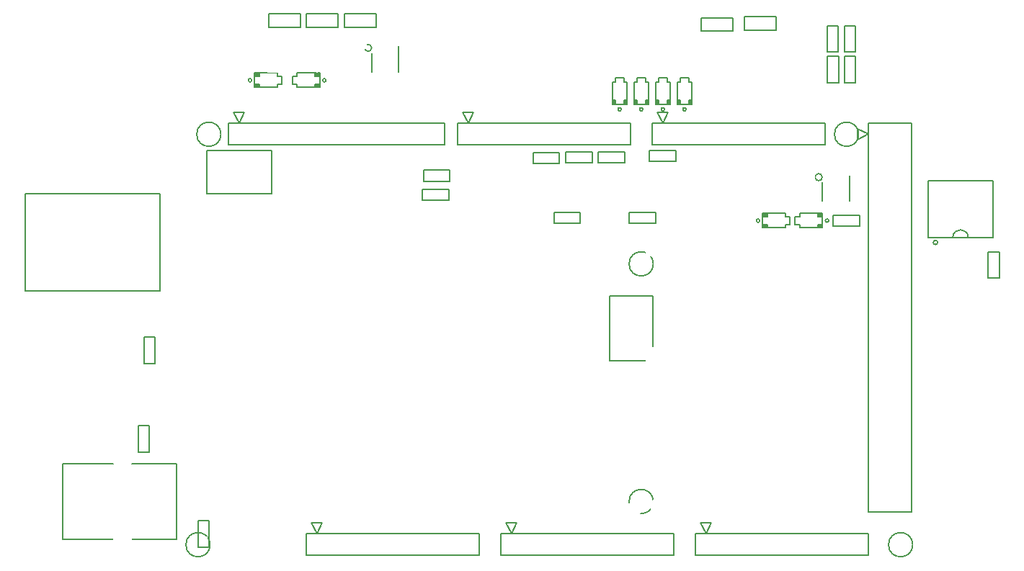
<source format=gbo>
%FSLAX34Y34*%
G04 Gerber Fmt 3.4, Leading zero omitted, Abs format*
G04 (created by PCBNEW (2014-06-10 BZR 4935)-product) date 26/06/2014 08:05:17*
%MOIN*%
G01*
G70*
G90*
G04 APERTURE LIST*
%ADD10C,0.005906*%
%ADD11C,0.008000*%
%ADD12R,0.059055X0.051181*%
%ADD13R,0.023600X0.039400*%
%ADD14R,0.059055X0.078740*%
%ADD15O,0.059055X0.078740*%
%ADD16R,0.078740X0.059055*%
%ADD17O,0.078740X0.059055*%
%ADD18R,0.062992X0.011811*%
%ADD19C,0.149606*%
%ADD20C,0.078740*%
%ADD21C,0.098425*%
%ADD22R,0.078740X0.078740*%
%ADD23O,0.078740X0.078740*%
%ADD24R,0.023622X0.023622*%
%ADD25R,0.043307X0.039370*%
%ADD26R,0.039370X0.043307*%
G04 APERTURE END LIST*
G54D10*
X46728Y-11190D02*
X45271Y-11190D01*
X45271Y-11190D02*
X45271Y-10560D01*
X45271Y-10560D02*
X46728Y-10560D01*
X46728Y-10560D02*
X46728Y-11190D01*
X43271Y-10604D02*
X44728Y-10604D01*
X44728Y-10604D02*
X44728Y-11234D01*
X44728Y-11234D02*
X43271Y-11234D01*
X43271Y-11234D02*
X43271Y-10604D01*
X23271Y-10435D02*
X24728Y-10435D01*
X24728Y-10435D02*
X24728Y-11064D01*
X24728Y-11064D02*
X23271Y-11064D01*
X23271Y-11064D02*
X23271Y-10435D01*
X25021Y-10435D02*
X26478Y-10435D01*
X26478Y-10435D02*
X26478Y-11064D01*
X26478Y-11064D02*
X25021Y-11064D01*
X25021Y-11064D02*
X25021Y-10435D01*
X26771Y-10435D02*
X28228Y-10435D01*
X28228Y-10435D02*
X28228Y-11064D01*
X28228Y-11064D02*
X26771Y-11064D01*
X26771Y-11064D02*
X26771Y-10435D01*
X48874Y-17988D02*
G75*
G03X48874Y-17988I-162J0D01*
G74*
G01*
X50129Y-19090D02*
X50129Y-17909D01*
X48870Y-19090D02*
X48870Y-18224D01*
X28032Y-11999D02*
G75*
G03X28032Y-11999I-162J0D01*
G74*
G01*
X29287Y-13102D02*
X29287Y-11921D01*
X28027Y-13102D02*
X28027Y-12236D01*
X23400Y-16750D02*
X23400Y-18750D01*
X23400Y-18750D02*
X20400Y-18750D01*
X20400Y-18750D02*
X20400Y-16750D01*
X20400Y-16750D02*
X23400Y-16750D01*
X39050Y-23500D02*
X41050Y-23500D01*
X41050Y-23500D02*
X41050Y-26500D01*
X41050Y-26500D02*
X39050Y-26500D01*
X39050Y-26500D02*
X39050Y-23500D01*
X41059Y-33000D02*
G75*
G03X41059Y-33000I-559J0D01*
G74*
G01*
X41059Y-22000D02*
G75*
G03X41059Y-22000I-559J0D01*
G74*
G01*
X21059Y-16000D02*
G75*
G03X21059Y-16000I-559J0D01*
G74*
G01*
X50559Y-16000D02*
G75*
G03X50559Y-16000I-559J0D01*
G74*
G01*
X53059Y-35000D02*
G75*
G03X53059Y-35000I-559J0D01*
G74*
G01*
X20559Y-35000D02*
G75*
G03X20559Y-35000I-559J0D01*
G74*
G01*
X12000Y-23250D02*
X18250Y-23250D01*
X18250Y-23250D02*
X18250Y-18750D01*
X18250Y-18750D02*
X12000Y-18750D01*
X12000Y-18750D02*
X12000Y-23250D01*
X13750Y-34750D02*
X19000Y-34750D01*
X19000Y-34750D02*
X19000Y-31250D01*
X19000Y-31250D02*
X13750Y-31250D01*
X13750Y-31250D02*
X13750Y-34750D01*
X51000Y-33500D02*
X53000Y-33500D01*
X53000Y-33500D02*
X53000Y-15500D01*
X53000Y-15500D02*
X51000Y-15500D01*
X51000Y-15500D02*
X51000Y-33500D01*
X51000Y-34500D02*
X43000Y-34500D01*
X51000Y-35500D02*
X51000Y-34500D01*
X43000Y-35500D02*
X51000Y-35500D01*
X43000Y-34500D02*
X43000Y-35500D01*
X34000Y-34500D02*
X34000Y-35500D01*
X34000Y-35500D02*
X42000Y-35500D01*
X42000Y-35500D02*
X42000Y-34500D01*
X42000Y-34500D02*
X34000Y-34500D01*
X33000Y-34500D02*
X25000Y-34500D01*
X33000Y-35500D02*
X33000Y-34500D01*
X25000Y-35500D02*
X33000Y-35500D01*
X25000Y-34500D02*
X25000Y-35500D01*
X41000Y-15500D02*
X41000Y-16500D01*
X41000Y-16500D02*
X49000Y-16500D01*
X49000Y-16500D02*
X49000Y-15500D01*
X49000Y-15500D02*
X41000Y-15500D01*
X32000Y-15500D02*
X40000Y-15500D01*
X40000Y-15500D02*
X40000Y-16500D01*
X40000Y-16500D02*
X32000Y-16500D01*
X32000Y-16500D02*
X32000Y-15500D01*
X21400Y-15500D02*
X31400Y-15500D01*
X31400Y-15500D02*
X31400Y-16500D01*
X31400Y-16500D02*
X21400Y-16500D01*
X21400Y-16500D02*
X21400Y-15500D01*
X21400Y-16500D02*
X21400Y-15500D01*
X21400Y-15500D02*
X31400Y-15500D01*
X31400Y-15500D02*
X31400Y-16500D01*
X31400Y-16500D02*
X21400Y-16500D01*
X21650Y-15000D02*
X22150Y-15000D01*
X22150Y-15000D02*
X21900Y-15500D01*
X21650Y-15000D02*
X21900Y-15500D01*
X25000Y-35500D02*
X25000Y-34500D01*
X25000Y-34500D02*
X33000Y-34500D01*
X33000Y-34500D02*
X33000Y-35500D01*
X33000Y-35500D02*
X25000Y-35500D01*
X25250Y-34000D02*
X25750Y-34000D01*
X25750Y-34000D02*
X25500Y-34500D01*
X25250Y-34000D02*
X25500Y-34500D01*
X34000Y-35500D02*
X34000Y-34500D01*
X34000Y-34500D02*
X42000Y-34500D01*
X42000Y-34500D02*
X42000Y-35500D01*
X42000Y-35500D02*
X34000Y-35500D01*
X34250Y-34000D02*
X34750Y-34000D01*
X34750Y-34000D02*
X34500Y-34500D01*
X34250Y-34000D02*
X34500Y-34500D01*
X32000Y-16500D02*
X32000Y-15500D01*
X32000Y-15500D02*
X40000Y-15500D01*
X40000Y-15500D02*
X40000Y-16500D01*
X40000Y-16500D02*
X32000Y-16500D01*
X32250Y-15000D02*
X32750Y-15000D01*
X32750Y-15000D02*
X32500Y-15500D01*
X32250Y-15000D02*
X32500Y-15500D01*
X43000Y-35500D02*
X43000Y-34500D01*
X43000Y-34500D02*
X51000Y-34500D01*
X51000Y-34500D02*
X51000Y-35500D01*
X51000Y-35500D02*
X43000Y-35500D01*
X43250Y-34000D02*
X43750Y-34000D01*
X43750Y-34000D02*
X43500Y-34500D01*
X43250Y-34000D02*
X43500Y-34500D01*
X41000Y-16500D02*
X41000Y-15500D01*
X41000Y-15500D02*
X49000Y-15500D01*
X49000Y-15500D02*
X49000Y-16500D01*
X49000Y-16500D02*
X41000Y-16500D01*
X41250Y-15000D02*
X41750Y-15000D01*
X41750Y-15000D02*
X41500Y-15500D01*
X41250Y-15000D02*
X41500Y-15500D01*
X53000Y-15500D02*
X51000Y-15500D01*
X51000Y-15500D02*
X51000Y-33500D01*
X51000Y-33500D02*
X53000Y-33500D01*
X53000Y-33500D02*
X53000Y-15500D01*
X50500Y-15750D02*
X50500Y-16250D01*
X50500Y-16250D02*
X51000Y-16000D01*
X50500Y-15750D02*
X51000Y-16000D01*
X53775Y-20777D02*
X53775Y-18139D01*
X56767Y-18139D02*
X56767Y-20777D01*
X54917Y-20777D02*
G75*
G02X55625Y-20777I354J0D01*
G74*
G01*
X53775Y-18139D02*
X56767Y-18139D01*
X56767Y-20777D02*
X53775Y-20777D01*
G54D11*
X54213Y-21008D02*
G75*
G03X54213Y-21008I-100J0D01*
G74*
G01*
G54D10*
X40578Y-14846D02*
G75*
G03X40578Y-14846I-78J0D01*
G74*
G01*
X40795Y-14413D02*
X40795Y-14629D01*
X40736Y-14629D02*
X40736Y-14413D01*
X40834Y-14413D02*
X40834Y-14629D01*
X40834Y-14629D02*
X40696Y-14629D01*
X40224Y-14413D02*
X40224Y-14629D01*
X40263Y-14629D02*
X40263Y-14413D01*
X40165Y-14413D02*
X40165Y-14629D01*
X40165Y-14629D02*
X40303Y-14629D01*
X40165Y-13586D02*
X40165Y-14413D01*
X40165Y-14413D02*
X40303Y-14413D01*
X40303Y-14413D02*
X40303Y-14629D01*
X40303Y-14629D02*
X40696Y-14629D01*
X40696Y-14629D02*
X40696Y-14413D01*
X40696Y-14413D02*
X40834Y-14413D01*
X40834Y-14413D02*
X40834Y-13586D01*
X40834Y-13586D02*
X40696Y-13586D01*
X40696Y-13586D02*
X40696Y-13370D01*
X40696Y-13370D02*
X40303Y-13370D01*
X40303Y-13370D02*
X40303Y-13586D01*
X40303Y-13586D02*
X40165Y-13586D01*
X39578Y-14846D02*
G75*
G03X39578Y-14846I-78J0D01*
G74*
G01*
X39795Y-14413D02*
X39795Y-14629D01*
X39736Y-14629D02*
X39736Y-14413D01*
X39834Y-14413D02*
X39834Y-14629D01*
X39834Y-14629D02*
X39696Y-14629D01*
X39224Y-14413D02*
X39224Y-14629D01*
X39263Y-14629D02*
X39263Y-14413D01*
X39165Y-14413D02*
X39165Y-14629D01*
X39165Y-14629D02*
X39303Y-14629D01*
X39165Y-13586D02*
X39165Y-14413D01*
X39165Y-14413D02*
X39303Y-14413D01*
X39303Y-14413D02*
X39303Y-14629D01*
X39303Y-14629D02*
X39696Y-14629D01*
X39696Y-14629D02*
X39696Y-14413D01*
X39696Y-14413D02*
X39834Y-14413D01*
X39834Y-14413D02*
X39834Y-13586D01*
X39834Y-13586D02*
X39696Y-13586D01*
X39696Y-13586D02*
X39696Y-13370D01*
X39696Y-13370D02*
X39303Y-13370D01*
X39303Y-13370D02*
X39303Y-13586D01*
X39303Y-13586D02*
X39165Y-13586D01*
X41578Y-14846D02*
G75*
G03X41578Y-14846I-78J0D01*
G74*
G01*
X41795Y-14413D02*
X41795Y-14629D01*
X41736Y-14629D02*
X41736Y-14413D01*
X41834Y-14413D02*
X41834Y-14629D01*
X41834Y-14629D02*
X41696Y-14629D01*
X41224Y-14413D02*
X41224Y-14629D01*
X41263Y-14629D02*
X41263Y-14413D01*
X41165Y-14413D02*
X41165Y-14629D01*
X41165Y-14629D02*
X41303Y-14629D01*
X41165Y-13586D02*
X41165Y-14413D01*
X41165Y-14413D02*
X41303Y-14413D01*
X41303Y-14413D02*
X41303Y-14629D01*
X41303Y-14629D02*
X41696Y-14629D01*
X41696Y-14629D02*
X41696Y-14413D01*
X41696Y-14413D02*
X41834Y-14413D01*
X41834Y-14413D02*
X41834Y-13586D01*
X41834Y-13586D02*
X41696Y-13586D01*
X41696Y-13586D02*
X41696Y-13370D01*
X41696Y-13370D02*
X41303Y-13370D01*
X41303Y-13370D02*
X41303Y-13586D01*
X41303Y-13586D02*
X41165Y-13586D01*
X42578Y-14846D02*
G75*
G03X42578Y-14846I-78J0D01*
G74*
G01*
X42795Y-14413D02*
X42795Y-14629D01*
X42736Y-14629D02*
X42736Y-14413D01*
X42834Y-14413D02*
X42834Y-14629D01*
X42834Y-14629D02*
X42696Y-14629D01*
X42224Y-14413D02*
X42224Y-14629D01*
X42263Y-14629D02*
X42263Y-14413D01*
X42165Y-14413D02*
X42165Y-14629D01*
X42165Y-14629D02*
X42303Y-14629D01*
X42165Y-13586D02*
X42165Y-14413D01*
X42165Y-14413D02*
X42303Y-14413D01*
X42303Y-14413D02*
X42303Y-14629D01*
X42303Y-14629D02*
X42696Y-14629D01*
X42696Y-14629D02*
X42696Y-14413D01*
X42696Y-14413D02*
X42834Y-14413D01*
X42834Y-14413D02*
X42834Y-13586D01*
X42834Y-13586D02*
X42696Y-13586D01*
X42696Y-13586D02*
X42696Y-13370D01*
X42696Y-13370D02*
X42303Y-13370D01*
X42303Y-13370D02*
X42303Y-13586D01*
X42303Y-13586D02*
X42165Y-13586D01*
X45982Y-20000D02*
G75*
G03X45982Y-20000I-78J0D01*
G74*
G01*
X46336Y-20295D02*
X46120Y-20295D01*
X46120Y-20236D02*
X46336Y-20236D01*
X46336Y-20334D02*
X46120Y-20334D01*
X46120Y-20334D02*
X46120Y-20196D01*
X46336Y-19724D02*
X46120Y-19724D01*
X46120Y-19763D02*
X46336Y-19763D01*
X46336Y-19665D02*
X46120Y-19665D01*
X46120Y-19665D02*
X46120Y-19803D01*
X47163Y-19665D02*
X46336Y-19665D01*
X46336Y-19665D02*
X46336Y-19803D01*
X46336Y-19803D02*
X46120Y-19803D01*
X46120Y-19803D02*
X46120Y-20196D01*
X46120Y-20196D02*
X46336Y-20196D01*
X46336Y-20196D02*
X46336Y-20334D01*
X46336Y-20334D02*
X47163Y-20334D01*
X47163Y-20334D02*
X47163Y-20196D01*
X47163Y-20196D02*
X47379Y-20196D01*
X47379Y-20196D02*
X47379Y-19803D01*
X47379Y-19803D02*
X47163Y-19803D01*
X47163Y-19803D02*
X47163Y-19665D01*
X49175Y-20000D02*
G75*
G03X49175Y-20000I-78J0D01*
G74*
G01*
X48663Y-19704D02*
X48879Y-19704D01*
X48879Y-19763D02*
X48663Y-19763D01*
X48663Y-19665D02*
X48879Y-19665D01*
X48879Y-19665D02*
X48879Y-19803D01*
X48663Y-20275D02*
X48879Y-20275D01*
X48879Y-20236D02*
X48663Y-20236D01*
X48663Y-20334D02*
X48879Y-20334D01*
X48879Y-20334D02*
X48879Y-20196D01*
X47836Y-20334D02*
X48663Y-20334D01*
X48663Y-20334D02*
X48663Y-20196D01*
X48663Y-20196D02*
X48879Y-20196D01*
X48879Y-20196D02*
X48879Y-19803D01*
X48879Y-19803D02*
X48663Y-19803D01*
X48663Y-19803D02*
X48663Y-19665D01*
X48663Y-19665D02*
X47836Y-19665D01*
X47836Y-19665D02*
X47836Y-19803D01*
X47836Y-19803D02*
X47620Y-19803D01*
X47620Y-19803D02*
X47620Y-20196D01*
X47620Y-20196D02*
X47836Y-20196D01*
X47836Y-20196D02*
X47836Y-20334D01*
X22482Y-13500D02*
G75*
G03X22482Y-13500I-78J0D01*
G74*
G01*
X22836Y-13795D02*
X22620Y-13795D01*
X22620Y-13736D02*
X22836Y-13736D01*
X22836Y-13834D02*
X22620Y-13834D01*
X22620Y-13834D02*
X22620Y-13696D01*
X22836Y-13224D02*
X22620Y-13224D01*
X22620Y-13263D02*
X22836Y-13263D01*
X22836Y-13165D02*
X22620Y-13165D01*
X22620Y-13165D02*
X22620Y-13303D01*
X23663Y-13165D02*
X22836Y-13165D01*
X22836Y-13165D02*
X22836Y-13303D01*
X22836Y-13303D02*
X22620Y-13303D01*
X22620Y-13303D02*
X22620Y-13696D01*
X22620Y-13696D02*
X22836Y-13696D01*
X22836Y-13696D02*
X22836Y-13834D01*
X22836Y-13834D02*
X23663Y-13834D01*
X23663Y-13834D02*
X23663Y-13696D01*
X23663Y-13696D02*
X23879Y-13696D01*
X23879Y-13696D02*
X23879Y-13303D01*
X23879Y-13303D02*
X23663Y-13303D01*
X23663Y-13303D02*
X23663Y-13165D01*
X25925Y-13500D02*
G75*
G03X25925Y-13500I-78J0D01*
G74*
G01*
X25413Y-13204D02*
X25629Y-13204D01*
X25629Y-13263D02*
X25413Y-13263D01*
X25413Y-13165D02*
X25629Y-13165D01*
X25629Y-13165D02*
X25629Y-13303D01*
X25413Y-13775D02*
X25629Y-13775D01*
X25629Y-13736D02*
X25413Y-13736D01*
X25413Y-13834D02*
X25629Y-13834D01*
X25629Y-13834D02*
X25629Y-13696D01*
X24586Y-13834D02*
X25413Y-13834D01*
X25413Y-13834D02*
X25413Y-13696D01*
X25413Y-13696D02*
X25629Y-13696D01*
X25629Y-13696D02*
X25629Y-13303D01*
X25629Y-13303D02*
X25413Y-13303D01*
X25413Y-13303D02*
X25413Y-13165D01*
X25413Y-13165D02*
X24586Y-13165D01*
X24586Y-13165D02*
X24586Y-13303D01*
X24586Y-13303D02*
X24370Y-13303D01*
X24370Y-13303D02*
X24370Y-13696D01*
X24370Y-13696D02*
X24586Y-13696D01*
X24586Y-13696D02*
X24586Y-13834D01*
X50610Y-19744D02*
X50610Y-20255D01*
X50610Y-20255D02*
X49389Y-20255D01*
X49389Y-20255D02*
X49389Y-19744D01*
X49389Y-19744D02*
X50610Y-19744D01*
X50610Y-19744D02*
X50610Y-19744D01*
X39730Y-16814D02*
X39730Y-17325D01*
X39730Y-17325D02*
X38509Y-17325D01*
X38509Y-17325D02*
X38509Y-16814D01*
X38509Y-16814D02*
X39730Y-16814D01*
X39730Y-16814D02*
X39730Y-16814D01*
X40889Y-17255D02*
X40889Y-16744D01*
X40889Y-16744D02*
X42110Y-16744D01*
X42110Y-16744D02*
X42110Y-17255D01*
X42110Y-17255D02*
X40889Y-17255D01*
X40889Y-17255D02*
X40889Y-17255D01*
X39939Y-20115D02*
X39939Y-19604D01*
X39939Y-19604D02*
X41160Y-19604D01*
X41160Y-19604D02*
X41160Y-20115D01*
X41160Y-20115D02*
X39939Y-20115D01*
X39939Y-20115D02*
X39939Y-20115D01*
X37680Y-19624D02*
X37680Y-20135D01*
X37680Y-20135D02*
X36459Y-20135D01*
X36459Y-20135D02*
X36459Y-19624D01*
X36459Y-19624D02*
X37680Y-19624D01*
X37680Y-19624D02*
X37680Y-19624D01*
X49103Y-10969D02*
X49615Y-10969D01*
X49615Y-10969D02*
X49615Y-12190D01*
X49615Y-12190D02*
X49103Y-12190D01*
X49103Y-12190D02*
X49103Y-10969D01*
X49103Y-10969D02*
X49103Y-10969D01*
X49903Y-10969D02*
X50415Y-10969D01*
X50415Y-10969D02*
X50415Y-12190D01*
X50415Y-12190D02*
X49903Y-12190D01*
X49903Y-12190D02*
X49903Y-10969D01*
X49903Y-10969D02*
X49903Y-10969D01*
X30389Y-19065D02*
X30389Y-18554D01*
X30389Y-18554D02*
X31610Y-18554D01*
X31610Y-18554D02*
X31610Y-19065D01*
X31610Y-19065D02*
X30389Y-19065D01*
X30389Y-19065D02*
X30389Y-19065D01*
X30429Y-18175D02*
X30429Y-17664D01*
X30429Y-17664D02*
X31650Y-17664D01*
X31650Y-17664D02*
X31650Y-18175D01*
X31650Y-18175D02*
X30429Y-18175D01*
X30429Y-18175D02*
X30429Y-18175D01*
X57068Y-22660D02*
X56556Y-22660D01*
X56556Y-22660D02*
X56556Y-21439D01*
X56556Y-21439D02*
X57068Y-21439D01*
X57068Y-21439D02*
X57068Y-22660D01*
X57068Y-22660D02*
X57068Y-22660D01*
X37009Y-17335D02*
X37009Y-16824D01*
X37009Y-16824D02*
X38230Y-16824D01*
X38230Y-16824D02*
X38230Y-17335D01*
X38230Y-17335D02*
X37009Y-17335D01*
X37009Y-17335D02*
X37009Y-17335D01*
X35499Y-17355D02*
X35499Y-16844D01*
X35499Y-16844D02*
X36720Y-16844D01*
X36720Y-16844D02*
X36720Y-17355D01*
X36720Y-17355D02*
X35499Y-17355D01*
X35499Y-17355D02*
X35499Y-17355D01*
X49635Y-13610D02*
X49124Y-13610D01*
X49124Y-13610D02*
X49124Y-12389D01*
X49124Y-12389D02*
X49635Y-12389D01*
X49635Y-12389D02*
X49635Y-13610D01*
X49635Y-13610D02*
X49635Y-13610D01*
X50415Y-13610D02*
X49903Y-13610D01*
X49903Y-13610D02*
X49903Y-12389D01*
X49903Y-12389D02*
X50415Y-12389D01*
X50415Y-12389D02*
X50415Y-13610D01*
X50415Y-13610D02*
X50415Y-13610D01*
X20505Y-35110D02*
X19994Y-35110D01*
X19994Y-35110D02*
X19994Y-33889D01*
X19994Y-33889D02*
X20505Y-33889D01*
X20505Y-33889D02*
X20505Y-35110D01*
X20505Y-35110D02*
X20505Y-35110D01*
X17751Y-30710D02*
X17239Y-30710D01*
X17239Y-30710D02*
X17239Y-29489D01*
X17239Y-29489D02*
X17751Y-29489D01*
X17751Y-29489D02*
X17751Y-30710D01*
X17751Y-30710D02*
X17751Y-30710D01*
X18005Y-26610D02*
X17494Y-26610D01*
X17494Y-26610D02*
X17494Y-25389D01*
X17494Y-25389D02*
X18005Y-25389D01*
X18005Y-25389D02*
X18005Y-26610D01*
X18005Y-26610D02*
X18005Y-26610D01*
%LPC*%
G54D12*
X45625Y-10875D03*
X46374Y-10875D03*
X44374Y-10919D03*
X43625Y-10919D03*
X24374Y-10750D03*
X23625Y-10750D03*
X26124Y-10750D03*
X25375Y-10750D03*
X27874Y-10750D03*
X27125Y-10750D03*
G54D13*
X49125Y-18084D03*
X49500Y-18084D03*
X49875Y-18084D03*
X49875Y-18916D03*
X49500Y-18916D03*
X49125Y-18916D03*
X28282Y-12095D03*
X28657Y-12095D03*
X29032Y-12095D03*
X29032Y-12927D03*
X28657Y-12927D03*
X28282Y-12927D03*
G54D14*
X21900Y-16000D03*
G54D15*
X22900Y-16000D03*
X23900Y-16000D03*
X24900Y-16000D03*
X25900Y-16000D03*
X26900Y-16000D03*
X27900Y-16000D03*
X28900Y-16000D03*
X29900Y-16000D03*
X30900Y-16000D03*
G54D14*
X25500Y-35000D03*
G54D15*
X26500Y-35000D03*
X27500Y-35000D03*
X28500Y-35000D03*
X29500Y-35000D03*
X30500Y-35000D03*
X31500Y-35000D03*
X32500Y-35000D03*
G54D14*
X34500Y-35000D03*
G54D15*
X35500Y-35000D03*
X36500Y-35000D03*
X37500Y-35000D03*
X38500Y-35000D03*
X39500Y-35000D03*
X40500Y-35000D03*
X41500Y-35000D03*
G54D14*
X32500Y-16000D03*
G54D15*
X33500Y-16000D03*
X34500Y-16000D03*
X35500Y-16000D03*
X36500Y-16000D03*
X37500Y-16000D03*
X38500Y-16000D03*
X39500Y-16000D03*
G54D14*
X43500Y-35000D03*
G54D15*
X44500Y-35000D03*
X45500Y-35000D03*
X46500Y-35000D03*
X47500Y-35000D03*
X48500Y-35000D03*
X49500Y-35000D03*
X50500Y-35000D03*
G54D14*
X41500Y-16000D03*
G54D15*
X42500Y-16000D03*
X43500Y-16000D03*
X44500Y-16000D03*
X45500Y-16000D03*
X46500Y-16000D03*
X47500Y-16000D03*
X48500Y-16000D03*
G54D16*
X51500Y-16000D03*
G54D17*
X51500Y-17000D03*
X51500Y-18000D03*
X51500Y-19000D03*
X51500Y-20000D03*
X51500Y-21000D03*
X51500Y-22000D03*
X51500Y-23000D03*
X51500Y-24000D03*
X51500Y-25000D03*
X51500Y-26000D03*
X51500Y-27000D03*
X51500Y-28000D03*
X51500Y-29000D03*
X51500Y-30000D03*
X51500Y-31000D03*
X51500Y-32000D03*
X51500Y-33000D03*
X52500Y-16000D03*
X52500Y-17000D03*
X52500Y-18000D03*
X52500Y-19000D03*
X52500Y-20000D03*
X52500Y-21000D03*
X52500Y-22000D03*
X52500Y-23000D03*
X52500Y-24000D03*
X52500Y-25000D03*
X52500Y-26000D03*
X52500Y-27000D03*
X52500Y-28000D03*
X52500Y-29000D03*
X52500Y-30000D03*
X52500Y-31000D03*
X52500Y-32000D03*
X52500Y-33000D03*
G54D14*
X43250Y-33250D03*
G54D15*
X44250Y-33250D03*
X45250Y-33250D03*
X46250Y-33250D03*
X47250Y-33250D03*
X48250Y-33250D03*
X49250Y-33250D03*
X50250Y-33250D03*
G54D14*
X43250Y-28250D03*
G54D15*
X44250Y-28250D03*
X45250Y-28250D03*
X46250Y-28250D03*
X47250Y-28250D03*
X48250Y-28250D03*
X49250Y-28250D03*
X50250Y-28250D03*
G54D14*
X31000Y-26250D03*
G54D15*
X32000Y-26250D03*
X33000Y-26250D03*
X34000Y-26250D03*
X35000Y-26250D03*
X36000Y-26250D03*
X37000Y-26250D03*
X38000Y-26250D03*
G54D14*
X31000Y-21250D03*
G54D15*
X32000Y-21250D03*
X33000Y-21250D03*
X34000Y-21250D03*
X35000Y-21250D03*
X36000Y-21250D03*
X37000Y-21250D03*
X38000Y-21250D03*
G54D14*
X41000Y-26250D03*
G54D15*
X42000Y-26250D03*
X43000Y-26250D03*
X44000Y-26250D03*
X45000Y-26250D03*
X46000Y-26250D03*
X47000Y-26250D03*
X48000Y-26250D03*
G54D14*
X41000Y-21250D03*
G54D15*
X42000Y-21250D03*
X43000Y-21250D03*
X44000Y-21250D03*
X45000Y-21250D03*
X46000Y-21250D03*
X47000Y-21250D03*
X48000Y-21250D03*
G54D14*
X34250Y-33250D03*
G54D15*
X35250Y-33250D03*
X36250Y-33250D03*
X37250Y-33250D03*
X38250Y-33250D03*
X39250Y-33250D03*
X40250Y-33250D03*
X41250Y-33250D03*
G54D14*
X34250Y-28250D03*
G54D15*
X35250Y-28250D03*
X36250Y-28250D03*
X37250Y-28250D03*
X38250Y-28250D03*
X39250Y-28250D03*
X40250Y-28250D03*
X41250Y-28250D03*
G54D14*
X25250Y-33250D03*
G54D15*
X26250Y-33250D03*
X27250Y-33250D03*
X28250Y-33250D03*
X29250Y-33250D03*
X30250Y-33250D03*
X31250Y-33250D03*
X32250Y-33250D03*
G54D14*
X25250Y-28250D03*
G54D15*
X26250Y-28250D03*
X27250Y-28250D03*
X28250Y-28250D03*
X29250Y-28250D03*
X30250Y-28250D03*
X31250Y-28250D03*
X32250Y-28250D03*
G54D14*
X20500Y-13250D03*
G54D15*
X19500Y-13250D03*
X18500Y-13250D03*
X17500Y-13250D03*
G54D16*
X52250Y-11000D03*
G54D17*
X52250Y-12000D03*
X52250Y-13000D03*
G54D16*
X55000Y-13500D03*
G54D17*
X55000Y-14500D03*
X55000Y-15500D03*
X55000Y-16500D03*
X55000Y-17500D03*
X56000Y-13500D03*
X56000Y-14500D03*
X56000Y-15500D03*
X56000Y-16500D03*
X56000Y-17500D03*
G54D14*
X32500Y-12750D03*
G54D15*
X33500Y-12750D03*
X34500Y-12750D03*
X35500Y-12750D03*
X36500Y-12750D03*
X37500Y-12750D03*
X38500Y-12750D03*
X39500Y-12750D03*
X40500Y-12750D03*
X41500Y-12750D03*
X42500Y-12750D03*
X43500Y-12750D03*
X44500Y-12750D03*
X45500Y-12750D03*
X46500Y-12750D03*
X47500Y-12750D03*
X48500Y-12750D03*
X32500Y-11750D03*
X33500Y-11750D03*
X34500Y-11750D03*
X35500Y-11750D03*
X36500Y-11750D03*
X37500Y-11750D03*
X38500Y-11750D03*
X39500Y-11750D03*
X40500Y-11750D03*
X41500Y-11750D03*
X42500Y-11750D03*
X43500Y-11750D03*
X44500Y-11750D03*
X45500Y-11750D03*
X46500Y-11750D03*
X47500Y-11750D03*
X48500Y-11750D03*
G54D16*
X56000Y-25750D03*
G54D17*
X56000Y-24750D03*
X56000Y-23750D03*
X56000Y-22750D03*
X56000Y-21750D03*
X55000Y-25750D03*
X55000Y-24750D03*
X55000Y-23750D03*
X55000Y-22750D03*
X55000Y-21750D03*
G54D16*
X56000Y-34000D03*
G54D17*
X56000Y-33000D03*
X56000Y-32000D03*
X56000Y-31000D03*
X56000Y-30000D03*
X55000Y-34000D03*
X55000Y-33000D03*
X55000Y-32000D03*
X55000Y-31000D03*
X55000Y-30000D03*
G54D14*
X23500Y-12750D03*
G54D15*
X24500Y-12750D03*
X25500Y-12750D03*
X26500Y-12750D03*
X27500Y-12750D03*
X23500Y-11750D03*
X24500Y-11750D03*
X25500Y-11750D03*
X26500Y-11750D03*
X27500Y-11750D03*
G54D16*
X24080Y-32300D03*
G54D17*
X24080Y-33300D03*
G54D18*
X56374Y-20610D03*
X56374Y-20354D03*
X56374Y-20098D03*
X56374Y-19842D03*
X54169Y-18306D03*
X54169Y-18562D03*
X56374Y-18306D03*
X56374Y-18562D03*
X56374Y-18818D03*
X56374Y-19074D03*
X56374Y-19330D03*
X56374Y-19586D03*
X54169Y-20610D03*
X54169Y-20354D03*
X54169Y-20098D03*
X54169Y-19842D03*
X54169Y-19586D03*
X54169Y-19330D03*
X54169Y-19074D03*
X54169Y-18818D03*
G54D19*
X22250Y-32500D03*
G54D20*
X21568Y-34000D03*
X22931Y-31000D03*
G54D19*
X19000Y-27750D03*
G54D20*
X18318Y-29250D03*
X19681Y-26250D03*
G54D19*
X21783Y-22354D03*
G54D20*
X21102Y-23854D03*
X22465Y-20854D03*
G54D21*
X16500Y-25000D03*
X16500Y-27000D03*
X16500Y-29000D03*
X16500Y-31000D03*
X16500Y-33000D03*
X16500Y-35000D03*
X13250Y-17500D03*
X11250Y-17500D03*
G54D22*
X16000Y-13250D03*
G54D23*
X15000Y-13250D03*
G54D24*
X40500Y-13566D03*
X40500Y-14433D03*
X39500Y-13566D03*
X39500Y-14433D03*
X41500Y-13566D03*
X41500Y-14433D03*
X42500Y-13566D03*
X42500Y-14433D03*
X47183Y-20000D03*
X46316Y-20000D03*
X47816Y-20000D03*
X48683Y-20000D03*
X23683Y-13500D03*
X22816Y-13500D03*
X24566Y-13500D03*
X25433Y-13500D03*
G54D25*
X49665Y-20000D03*
X50334Y-20000D03*
X38785Y-17070D03*
X39454Y-17070D03*
X41834Y-17000D03*
X41165Y-17000D03*
X40884Y-19860D03*
X40215Y-19860D03*
X36735Y-19880D03*
X37404Y-19880D03*
G54D26*
X49359Y-11914D03*
X49359Y-11245D03*
X50159Y-11914D03*
X50159Y-11245D03*
G54D25*
X31334Y-18810D03*
X30665Y-18810D03*
X31374Y-17920D03*
X30705Y-17920D03*
G54D26*
X56812Y-21715D03*
X56812Y-22384D03*
G54D25*
X37954Y-17080D03*
X37285Y-17080D03*
X36444Y-17100D03*
X35775Y-17100D03*
G54D26*
X49379Y-12665D03*
X49379Y-13334D03*
X50159Y-12665D03*
X50159Y-13334D03*
X20250Y-34165D03*
X20250Y-34834D03*
X17495Y-29765D03*
X17495Y-30434D03*
X17750Y-25665D03*
X17750Y-26334D03*
G54D14*
X35250Y-19000D03*
G54D15*
X36250Y-19000D03*
X37250Y-19000D03*
X38250Y-19000D03*
X39250Y-19000D03*
X40250Y-19000D03*
X41250Y-19000D03*
X42250Y-19000D03*
X43250Y-19000D03*
X44250Y-19000D03*
X45250Y-19000D03*
X46250Y-19000D03*
X47250Y-19000D03*
X48250Y-19000D03*
X35250Y-18000D03*
X36250Y-18000D03*
X37250Y-18000D03*
X38250Y-18000D03*
X39250Y-18000D03*
X40250Y-18000D03*
X41250Y-18000D03*
X42250Y-18000D03*
X43250Y-18000D03*
X44250Y-18000D03*
X45250Y-18000D03*
X46250Y-18000D03*
X47250Y-18000D03*
X48250Y-18000D03*
M02*

</source>
